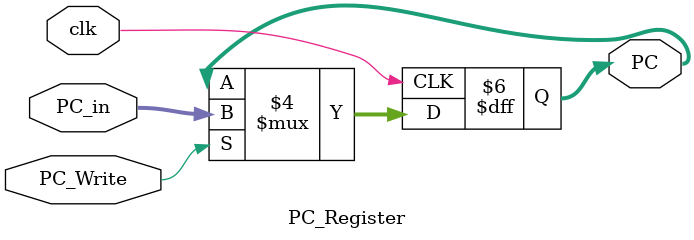
<source format=v>
`timescale 1ns / 1ps

module PC_Register(input [31:0] PC_in, input PC_Write, output reg [31:0] PC, input clk);

initial begin
    PC = 0;
end
always@(posedge clk)
    begin
    if(PC_Write)
      PC = PC_in;
    end
endmodule

</source>
